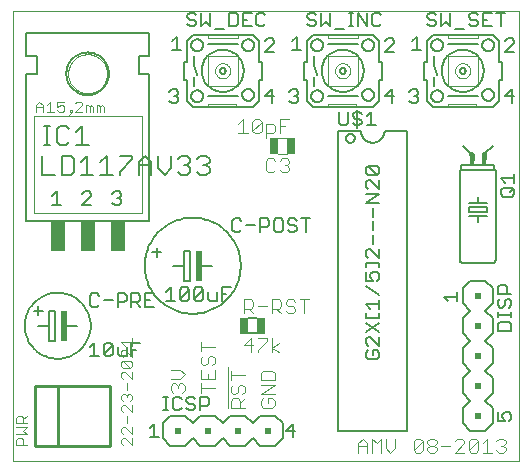
<source format=gto>
G75*
%MOIN*%
%OFA0B0*%
%FSLAX24Y24*%
%IPPOS*%
%LPD*%
%AMOC8*
5,1,8,0,0,1.08239X$1,22.5*
%
%ADD10C,0.0000*%
%ADD11C,0.0040*%
%ADD12C,0.0060*%
%ADD13C,0.0050*%
%ADD14R,0.0200X0.0200*%
%ADD15C,0.0100*%
%ADD16R,0.0200X0.1000*%
%ADD17R,0.0295X0.0571*%
%ADD18C,0.0160*%
%ADD19R,0.0160X0.0230*%
%ADD20R,0.0256X0.0551*%
%ADD21C,0.0020*%
%ADD22C,0.0070*%
%ADD23R,0.0500X0.0350*%
%ADD24R,0.0500X0.0650*%
D10*
X000180Y000180D02*
X000180Y015176D01*
X017050Y015176D01*
X017050Y000180D01*
X000180Y000180D01*
X002030Y013080D02*
X002032Y013130D01*
X002038Y013180D01*
X002048Y013230D01*
X002061Y013278D01*
X002078Y013326D01*
X002099Y013372D01*
X002123Y013416D01*
X002151Y013458D01*
X002182Y013498D01*
X002216Y013535D01*
X002253Y013570D01*
X002292Y013601D01*
X002333Y013630D01*
X002377Y013655D01*
X002423Y013677D01*
X002470Y013695D01*
X002518Y013709D01*
X002567Y013720D01*
X002617Y013727D01*
X002667Y013730D01*
X002718Y013729D01*
X002768Y013724D01*
X002818Y013715D01*
X002866Y013703D01*
X002914Y013686D01*
X002960Y013666D01*
X003005Y013643D01*
X003048Y013616D01*
X003088Y013586D01*
X003126Y013553D01*
X003161Y013517D01*
X003194Y013478D01*
X003223Y013437D01*
X003249Y013394D01*
X003272Y013349D01*
X003291Y013302D01*
X003306Y013254D01*
X003318Y013205D01*
X003326Y013155D01*
X003330Y013105D01*
X003330Y013055D01*
X003326Y013005D01*
X003318Y012955D01*
X003306Y012906D01*
X003291Y012858D01*
X003272Y012811D01*
X003249Y012766D01*
X003223Y012723D01*
X003194Y012682D01*
X003161Y012643D01*
X003126Y012607D01*
X003088Y012574D01*
X003048Y012544D01*
X003005Y012517D01*
X002960Y012494D01*
X002914Y012474D01*
X002866Y012457D01*
X002818Y012445D01*
X002768Y012436D01*
X002718Y012431D01*
X002667Y012430D01*
X002617Y012433D01*
X002567Y012440D01*
X002518Y012451D01*
X002470Y012465D01*
X002423Y012483D01*
X002377Y012505D01*
X002333Y012530D01*
X002292Y012559D01*
X002253Y012590D01*
X002216Y012625D01*
X002182Y012662D01*
X002151Y012702D01*
X002123Y012744D01*
X002099Y012788D01*
X002078Y012834D01*
X002061Y012882D01*
X002048Y012930D01*
X002038Y012980D01*
X002032Y013030D01*
X002030Y013080D01*
D11*
X001902Y012150D02*
X001668Y012150D01*
X001668Y011975D01*
X001785Y012034D01*
X001843Y012034D01*
X001902Y011975D01*
X001902Y011858D01*
X001843Y011800D01*
X001727Y011800D01*
X001668Y011858D01*
X001543Y011800D02*
X001309Y011800D01*
X001426Y011800D02*
X001426Y012150D01*
X001309Y012034D01*
X001184Y012034D02*
X001184Y011800D01*
X001184Y011975D02*
X000950Y011975D01*
X000950Y012034D02*
X000950Y011800D01*
X000950Y012034D02*
X001067Y012150D01*
X001184Y012034D01*
X002027Y011683D02*
X002144Y011800D01*
X002086Y011800D01*
X002086Y011858D01*
X002144Y011858D01*
X002144Y011800D01*
X002267Y011800D02*
X002500Y012034D01*
X002500Y012092D01*
X002442Y012150D01*
X002325Y012150D01*
X002267Y012092D01*
X002267Y011800D02*
X002500Y011800D01*
X002626Y011800D02*
X002626Y012034D01*
X002684Y012034D01*
X002743Y011975D01*
X002801Y012034D01*
X002859Y011975D01*
X002859Y011800D01*
X002743Y011800D02*
X002743Y011975D01*
X002985Y012034D02*
X002985Y011800D01*
X003102Y011800D02*
X003102Y011975D01*
X003160Y012034D01*
X003218Y011975D01*
X003218Y011800D01*
X003102Y011975D02*
X003043Y012034D01*
X002985Y012034D01*
X007708Y011407D02*
X007862Y011560D01*
X007862Y011100D01*
X008015Y011100D02*
X007708Y011100D01*
X008169Y011177D02*
X008476Y011484D01*
X008476Y011177D01*
X008399Y011100D01*
X008246Y011100D01*
X008169Y011177D01*
X008169Y011484D01*
X008246Y011560D01*
X008399Y011560D01*
X008476Y011484D01*
X008629Y011407D02*
X008859Y011407D01*
X008936Y011330D01*
X008936Y011177D01*
X008859Y011100D01*
X008629Y011100D01*
X008629Y010947D02*
X008629Y011407D01*
X009090Y011330D02*
X009243Y011330D01*
X009090Y011100D02*
X009090Y011560D01*
X009397Y011560D01*
X009320Y010940D02*
X009030Y010940D01*
X009030Y010420D02*
X009330Y010420D01*
X009320Y010260D02*
X009166Y010260D01*
X009090Y010184D01*
X008936Y010184D02*
X008859Y010260D01*
X008706Y010260D01*
X008629Y010184D01*
X008629Y009877D01*
X008706Y009800D01*
X008859Y009800D01*
X008936Y009877D01*
X009090Y009877D02*
X009166Y009800D01*
X009320Y009800D01*
X009397Y009877D01*
X009397Y009953D01*
X009320Y010030D01*
X009243Y010030D01*
X009320Y010030D02*
X009397Y010107D01*
X009397Y010184D01*
X009320Y010260D01*
X009358Y005560D02*
X009281Y005484D01*
X009281Y005407D01*
X009358Y005330D01*
X009511Y005330D01*
X009588Y005253D01*
X009588Y005177D01*
X009511Y005100D01*
X009358Y005100D01*
X009281Y005177D01*
X009128Y005100D02*
X008974Y005253D01*
X009051Y005253D02*
X008821Y005253D01*
X008821Y005100D02*
X008821Y005560D01*
X009051Y005560D01*
X009128Y005484D01*
X009128Y005330D01*
X009051Y005253D01*
X009358Y005560D02*
X009511Y005560D01*
X009588Y005484D01*
X009742Y005560D02*
X010048Y005560D01*
X009895Y005560D02*
X009895Y005100D01*
X008821Y004260D02*
X008821Y003800D01*
X008821Y003953D02*
X009051Y004107D01*
X008821Y003953D02*
X009051Y003800D01*
X008667Y004184D02*
X008360Y003877D01*
X008360Y003800D01*
X008130Y003800D02*
X008130Y004260D01*
X007900Y004030D01*
X008207Y004030D01*
X008360Y004260D02*
X008667Y004260D01*
X008667Y004184D01*
X008207Y005100D02*
X008053Y005253D01*
X008130Y005253D02*
X007900Y005253D01*
X007900Y005100D02*
X007900Y005560D01*
X008130Y005560D01*
X008207Y005484D01*
X008207Y005330D01*
X008130Y005253D01*
X008360Y005330D02*
X008667Y005330D01*
X006910Y003985D02*
X006450Y003985D01*
X006450Y004138D02*
X006450Y003831D01*
X006526Y003678D02*
X006450Y003601D01*
X006450Y003448D01*
X006526Y003371D01*
X006603Y003371D01*
X006680Y003448D01*
X006680Y003601D01*
X006757Y003678D01*
X006833Y003678D01*
X006910Y003601D01*
X006910Y003448D01*
X006833Y003371D01*
X006910Y003217D02*
X006910Y002910D01*
X006450Y002910D01*
X006450Y003217D01*
X006680Y003064D02*
X006680Y002910D01*
X006450Y002757D02*
X006450Y002450D01*
X006450Y002603D02*
X006910Y002603D01*
X007450Y002641D02*
X007450Y002487D01*
X007526Y002410D01*
X007603Y002410D01*
X007680Y002487D01*
X007680Y002641D01*
X007757Y002717D01*
X007833Y002717D01*
X007910Y002641D01*
X007910Y002487D01*
X007833Y002410D01*
X007910Y002257D02*
X007757Y002103D01*
X007757Y002180D02*
X007757Y001950D01*
X007910Y001950D02*
X007450Y001950D01*
X007450Y002180D01*
X007526Y002257D01*
X007680Y002257D01*
X007757Y002180D01*
X007370Y001930D02*
X007370Y003311D01*
X007450Y003178D02*
X007450Y002871D01*
X007450Y003024D02*
X007910Y003024D01*
X007526Y002717D02*
X007450Y002641D01*
X008450Y002717D02*
X008910Y002717D01*
X008450Y002410D01*
X008910Y002410D01*
X008833Y002257D02*
X008680Y002257D01*
X008680Y002103D01*
X008833Y001950D02*
X008526Y001950D01*
X008450Y002027D01*
X008450Y002180D01*
X008526Y002257D01*
X008833Y002257D02*
X008910Y002180D01*
X008910Y002027D01*
X008833Y001950D01*
X008910Y002871D02*
X008450Y002871D01*
X008450Y003101D01*
X008526Y003178D01*
X008833Y003178D01*
X008910Y003101D01*
X008910Y002871D01*
X011700Y000757D02*
X011700Y000450D01*
X011700Y000680D02*
X012007Y000680D01*
X012007Y000757D02*
X012007Y000450D01*
X012160Y000450D02*
X012160Y000910D01*
X012314Y000757D01*
X012467Y000910D01*
X012467Y000450D01*
X012621Y000603D02*
X012774Y000450D01*
X012928Y000603D01*
X012928Y000910D01*
X012621Y000910D02*
X012621Y000603D01*
X012007Y000757D02*
X011853Y000910D01*
X011700Y000757D01*
X013542Y000834D02*
X013542Y000527D01*
X013848Y000834D01*
X013848Y000527D01*
X013772Y000450D01*
X013618Y000450D01*
X013542Y000527D01*
X013542Y000834D02*
X013618Y000910D01*
X013772Y000910D01*
X013848Y000834D01*
X014002Y000834D02*
X014002Y000757D01*
X014079Y000680D01*
X014232Y000680D01*
X014309Y000603D01*
X014309Y000527D01*
X014232Y000450D01*
X014079Y000450D01*
X014002Y000527D01*
X014002Y000603D01*
X014079Y000680D01*
X014232Y000680D02*
X014309Y000757D01*
X014309Y000834D01*
X014232Y000910D01*
X014079Y000910D01*
X014002Y000834D01*
X014462Y000680D02*
X014769Y000680D01*
X014923Y000834D02*
X014999Y000910D01*
X015153Y000910D01*
X015230Y000834D01*
X015230Y000757D01*
X014923Y000450D01*
X015230Y000450D01*
X015383Y000527D02*
X015690Y000834D01*
X015690Y000527D01*
X015613Y000450D01*
X015460Y000450D01*
X015383Y000527D01*
X015383Y000834D01*
X015460Y000910D01*
X015613Y000910D01*
X015690Y000834D01*
X015844Y000757D02*
X015997Y000910D01*
X015997Y000450D01*
X015844Y000450D02*
X016150Y000450D01*
X016304Y000527D02*
X016381Y000450D01*
X016534Y000450D01*
X016611Y000527D01*
X016611Y000603D01*
X016534Y000680D01*
X016457Y000680D01*
X016534Y000680D02*
X016611Y000757D01*
X016611Y000834D01*
X016534Y000910D01*
X016381Y000910D01*
X016304Y000834D01*
X005910Y002527D02*
X005833Y002450D01*
X005910Y002527D02*
X005910Y002680D01*
X005833Y002757D01*
X005757Y002757D01*
X005680Y002680D01*
X005680Y002603D01*
X005680Y002680D02*
X005603Y002757D01*
X005526Y002757D01*
X005450Y002680D01*
X005450Y002527D01*
X005526Y002450D01*
X005450Y002910D02*
X005757Y002910D01*
X005910Y003064D01*
X005757Y003217D01*
X005450Y003217D01*
X004160Y003150D02*
X004160Y002910D01*
X003920Y003150D01*
X003860Y003150D01*
X003800Y003090D01*
X003800Y002970D01*
X003860Y002910D01*
X003980Y002782D02*
X003980Y002542D01*
X004040Y002413D02*
X003980Y002353D01*
X003980Y002293D01*
X003980Y002353D02*
X003920Y002413D01*
X003860Y002413D01*
X003800Y002353D01*
X003800Y002233D01*
X003860Y002173D01*
X003860Y002045D02*
X003800Y001985D01*
X003800Y001865D01*
X003860Y001805D01*
X003980Y001677D02*
X003980Y001437D01*
X003920Y001309D02*
X003860Y001309D01*
X003800Y001248D01*
X003800Y001128D01*
X003860Y001068D01*
X003860Y000940D02*
X003800Y000880D01*
X003800Y000760D01*
X003860Y000700D01*
X003920Y000940D02*
X004160Y000700D01*
X004160Y000940D01*
X004160Y001068D02*
X003920Y001309D01*
X004160Y001309D02*
X004160Y001068D01*
X003920Y000940D02*
X003860Y000940D01*
X004160Y001805D02*
X003920Y002045D01*
X003860Y002045D01*
X004100Y002173D02*
X004160Y002233D01*
X004160Y002353D01*
X004100Y002413D01*
X004040Y002413D01*
X004160Y002045D02*
X004160Y001805D01*
X004100Y003278D02*
X003860Y003278D01*
X003800Y003338D01*
X003800Y003458D01*
X003860Y003518D01*
X004100Y003278D01*
X004160Y003338D01*
X004160Y003458D01*
X004100Y003518D01*
X003860Y003518D01*
X003860Y003647D02*
X003800Y003707D01*
X003800Y003827D01*
X003860Y003887D01*
X003920Y003887D01*
X004160Y003647D01*
X004160Y003887D01*
X004160Y004015D02*
X004160Y004255D01*
X004160Y004135D02*
X003800Y004135D01*
X003920Y004015D01*
X000660Y001677D02*
X000540Y001557D01*
X000540Y001617D02*
X000540Y001437D01*
X000660Y001437D02*
X000300Y001437D01*
X000300Y001617D01*
X000360Y001677D01*
X000480Y001677D01*
X000540Y001617D01*
X000660Y001309D02*
X000300Y001309D01*
X000300Y001068D02*
X000660Y001068D01*
X000540Y001188D01*
X000660Y001309D01*
X000480Y000940D02*
X000540Y000880D01*
X000540Y000700D01*
X000660Y000700D02*
X000300Y000700D01*
X000300Y000880D01*
X000360Y000940D01*
X000480Y000940D01*
D12*
X001380Y004180D02*
X001580Y004180D01*
X001580Y005180D01*
X001380Y005180D01*
X001380Y004680D01*
X001380Y004180D01*
X001380Y004680D02*
X001030Y004680D01*
X001030Y005030D02*
X001030Y005180D01*
X001030Y005330D01*
X001030Y005180D02*
X001180Y005180D01*
X001030Y005180D02*
X000880Y005180D01*
X000580Y004680D02*
X000582Y004746D01*
X000588Y004811D01*
X000598Y004876D01*
X000611Y004941D01*
X000629Y005004D01*
X000650Y005067D01*
X000675Y005127D01*
X000704Y005187D01*
X000736Y005244D01*
X000771Y005300D01*
X000810Y005353D01*
X000852Y005404D01*
X000896Y005452D01*
X000944Y005497D01*
X000994Y005540D01*
X001047Y005579D01*
X001102Y005616D01*
X001159Y005649D01*
X001218Y005678D01*
X001278Y005704D01*
X001340Y005726D01*
X001403Y005745D01*
X001467Y005759D01*
X001532Y005770D01*
X001598Y005777D01*
X001664Y005780D01*
X001729Y005779D01*
X001795Y005774D01*
X001860Y005765D01*
X001925Y005752D01*
X001988Y005736D01*
X002051Y005716D01*
X002112Y005691D01*
X002172Y005664D01*
X002230Y005633D01*
X002286Y005598D01*
X002340Y005560D01*
X002391Y005519D01*
X002440Y005475D01*
X002486Y005428D01*
X002530Y005379D01*
X002570Y005327D01*
X002607Y005272D01*
X002641Y005216D01*
X002671Y005157D01*
X002698Y005097D01*
X002721Y005036D01*
X002740Y004973D01*
X002756Y004909D01*
X002768Y004844D01*
X002776Y004779D01*
X002780Y004713D01*
X002780Y004647D01*
X002776Y004581D01*
X002768Y004516D01*
X002756Y004451D01*
X002740Y004387D01*
X002721Y004324D01*
X002698Y004263D01*
X002671Y004203D01*
X002641Y004144D01*
X002607Y004088D01*
X002570Y004033D01*
X002530Y003981D01*
X002486Y003932D01*
X002440Y003885D01*
X002391Y003841D01*
X002340Y003800D01*
X002286Y003762D01*
X002230Y003727D01*
X002172Y003696D01*
X002112Y003669D01*
X002051Y003644D01*
X001988Y003624D01*
X001925Y003608D01*
X001860Y003595D01*
X001795Y003586D01*
X001729Y003581D01*
X001664Y003580D01*
X001598Y003583D01*
X001532Y003590D01*
X001467Y003601D01*
X001403Y003615D01*
X001340Y003634D01*
X001278Y003656D01*
X001218Y003682D01*
X001159Y003711D01*
X001102Y003744D01*
X001047Y003781D01*
X000994Y003820D01*
X000944Y003863D01*
X000896Y003908D01*
X000852Y003956D01*
X000810Y004007D01*
X000771Y004060D01*
X000736Y004116D01*
X000704Y004173D01*
X000675Y004233D01*
X000650Y004293D01*
X000629Y004356D01*
X000611Y004419D01*
X000598Y004484D01*
X000588Y004549D01*
X000582Y004614D01*
X000580Y004680D01*
X001930Y004680D02*
X002330Y004680D01*
X004980Y006980D02*
X004980Y007280D01*
X004830Y007130D02*
X005130Y007130D01*
X005530Y006680D02*
X005880Y006680D01*
X005880Y007180D01*
X006080Y007180D01*
X006080Y006180D01*
X005880Y006180D01*
X005880Y006680D01*
X004580Y006680D02*
X004582Y006760D01*
X004588Y006839D01*
X004598Y006918D01*
X004612Y006997D01*
X004629Y007075D01*
X004651Y007152D01*
X004676Y007227D01*
X004706Y007301D01*
X004738Y007374D01*
X004775Y007445D01*
X004815Y007514D01*
X004858Y007581D01*
X004905Y007646D01*
X004954Y007708D01*
X005007Y007768D01*
X005063Y007825D01*
X005121Y007880D01*
X005182Y007931D01*
X005246Y007979D01*
X005312Y008024D01*
X005380Y008066D01*
X005450Y008104D01*
X005522Y008138D01*
X005595Y008169D01*
X005670Y008197D01*
X005747Y008220D01*
X005824Y008240D01*
X005902Y008256D01*
X005981Y008268D01*
X006060Y008276D01*
X006140Y008280D01*
X006220Y008280D01*
X006300Y008276D01*
X006379Y008268D01*
X006458Y008256D01*
X006536Y008240D01*
X006613Y008220D01*
X006690Y008197D01*
X006765Y008169D01*
X006838Y008138D01*
X006910Y008104D01*
X006980Y008066D01*
X007048Y008024D01*
X007114Y007979D01*
X007178Y007931D01*
X007239Y007880D01*
X007297Y007825D01*
X007353Y007768D01*
X007406Y007708D01*
X007455Y007646D01*
X007502Y007581D01*
X007545Y007514D01*
X007585Y007445D01*
X007622Y007374D01*
X007654Y007301D01*
X007684Y007227D01*
X007709Y007152D01*
X007731Y007075D01*
X007748Y006997D01*
X007762Y006918D01*
X007772Y006839D01*
X007778Y006760D01*
X007780Y006680D01*
X007778Y006600D01*
X007772Y006521D01*
X007762Y006442D01*
X007748Y006363D01*
X007731Y006285D01*
X007709Y006208D01*
X007684Y006133D01*
X007654Y006059D01*
X007622Y005986D01*
X007585Y005915D01*
X007545Y005846D01*
X007502Y005779D01*
X007455Y005714D01*
X007406Y005652D01*
X007353Y005592D01*
X007297Y005535D01*
X007239Y005480D01*
X007178Y005429D01*
X007114Y005381D01*
X007048Y005336D01*
X006980Y005294D01*
X006910Y005256D01*
X006838Y005222D01*
X006765Y005191D01*
X006690Y005163D01*
X006613Y005140D01*
X006536Y005120D01*
X006458Y005104D01*
X006379Y005092D01*
X006300Y005084D01*
X006220Y005080D01*
X006140Y005080D01*
X006060Y005084D01*
X005981Y005092D01*
X005902Y005104D01*
X005824Y005120D01*
X005747Y005140D01*
X005670Y005163D01*
X005595Y005191D01*
X005522Y005222D01*
X005450Y005256D01*
X005380Y005294D01*
X005312Y005336D01*
X005246Y005381D01*
X005182Y005429D01*
X005121Y005480D01*
X005063Y005535D01*
X005007Y005592D01*
X004954Y005652D01*
X004905Y005714D01*
X004858Y005779D01*
X004815Y005846D01*
X004775Y005915D01*
X004738Y005986D01*
X004706Y006059D01*
X004676Y006133D01*
X004651Y006208D01*
X004629Y006285D01*
X004612Y006363D01*
X004598Y006442D01*
X004588Y006521D01*
X004582Y006600D01*
X004580Y006680D01*
X004730Y008180D02*
X004730Y013080D01*
X004380Y013080D01*
X004380Y013680D01*
X004730Y013680D01*
X004730Y014430D01*
X000630Y014430D01*
X000630Y013680D01*
X000980Y013680D01*
X000980Y013080D01*
X000630Y013080D01*
X000630Y008180D01*
X004730Y008180D01*
X006430Y006680D02*
X006830Y006680D01*
X008019Y004930D02*
X008341Y004930D01*
X008341Y004430D02*
X008019Y004430D01*
X007930Y001680D02*
X007430Y001680D01*
X007180Y001430D01*
X006930Y001680D01*
X006430Y001680D01*
X006180Y001430D01*
X005930Y001680D01*
X005430Y001680D01*
X005180Y001430D01*
X005180Y000930D01*
X005430Y000680D01*
X005930Y000680D01*
X006180Y000930D01*
X006430Y000680D01*
X006930Y000680D01*
X007180Y000930D01*
X007430Y000680D01*
X007930Y000680D01*
X008180Y000930D01*
X008430Y000680D01*
X008930Y000680D01*
X009180Y000930D01*
X009180Y001430D01*
X008930Y001680D01*
X008430Y001680D01*
X008180Y001430D01*
X007930Y001680D01*
X011030Y001182D02*
X013330Y001182D01*
X013330Y011182D01*
X012580Y011182D01*
X012578Y011143D01*
X012572Y011104D01*
X012563Y011066D01*
X012550Y011029D01*
X012533Y010993D01*
X012513Y010960D01*
X012489Y010928D01*
X012463Y010899D01*
X012434Y010873D01*
X012402Y010849D01*
X012369Y010829D01*
X012333Y010812D01*
X012296Y010799D01*
X012258Y010790D01*
X012219Y010784D01*
X012180Y010782D01*
X012141Y010784D01*
X012102Y010790D01*
X012064Y010799D01*
X012027Y010812D01*
X011991Y010829D01*
X011958Y010849D01*
X011926Y010873D01*
X011897Y010899D01*
X011871Y010928D01*
X011847Y010960D01*
X011827Y010993D01*
X011810Y011029D01*
X011797Y011066D01*
X011788Y011104D01*
X011782Y011143D01*
X011780Y011182D01*
X011030Y011182D01*
X011030Y001182D01*
X015180Y001430D02*
X015180Y001930D01*
X015430Y002180D01*
X015180Y002430D01*
X015180Y002930D01*
X015430Y003180D01*
X015180Y003430D01*
X015180Y003930D01*
X015430Y004180D01*
X015180Y004430D01*
X015180Y004930D01*
X015430Y005180D01*
X015180Y005430D01*
X015180Y005930D01*
X015430Y006180D01*
X015930Y006180D01*
X016180Y005930D01*
X016180Y005430D01*
X015930Y005180D01*
X016180Y004930D01*
X016180Y004430D01*
X015930Y004180D01*
X016180Y003930D01*
X016180Y003430D01*
X015930Y003180D01*
X016180Y002930D01*
X016180Y002430D01*
X015930Y002180D01*
X016180Y001930D01*
X016180Y001430D01*
X015930Y001180D01*
X015430Y001180D01*
X015180Y001430D01*
X015180Y006780D02*
X016180Y006780D01*
X016197Y006782D01*
X016214Y006786D01*
X016230Y006793D01*
X016244Y006803D01*
X016257Y006816D01*
X016267Y006830D01*
X016274Y006846D01*
X016278Y006863D01*
X016280Y006880D01*
X016280Y009880D01*
X016230Y009880D01*
X015130Y009880D01*
X015080Y009880D01*
X015080Y006880D01*
X015082Y006863D01*
X015086Y006846D01*
X015093Y006830D01*
X015103Y006816D01*
X015116Y006803D01*
X015130Y006793D01*
X015146Y006786D01*
X015163Y006782D01*
X015180Y006780D01*
X015680Y008130D02*
X015680Y008330D01*
X015380Y008330D01*
X015380Y008480D02*
X015980Y008480D01*
X015980Y008630D01*
X015380Y008630D01*
X015380Y008480D01*
X015380Y008780D02*
X015680Y008780D01*
X015680Y008980D01*
X015680Y008780D02*
X015980Y008780D01*
X015980Y008330D02*
X015680Y008330D01*
X015130Y009880D02*
X015130Y010030D01*
X016230Y010030D01*
X016230Y009880D01*
X015930Y010430D02*
X016180Y010680D01*
X015430Y010430D02*
X015180Y010680D01*
X015630Y011980D02*
X014680Y011980D01*
X014330Y011980D01*
X014180Y011980D01*
X013980Y012180D01*
X013980Y012780D01*
X013980Y012880D01*
X013880Y012880D01*
X013880Y013480D01*
X013980Y013480D01*
X013980Y013580D01*
X013980Y014180D01*
X014180Y014380D01*
X014330Y014380D01*
X014680Y014380D01*
X015680Y014380D01*
X016030Y014380D01*
X016180Y014380D01*
X016380Y014180D01*
X016380Y013580D01*
X016380Y013480D01*
X016480Y013480D01*
X016480Y012880D01*
X016380Y012880D01*
X016380Y012780D01*
X016380Y012180D01*
X016180Y011980D01*
X016030Y011980D01*
X015630Y011980D01*
X015680Y012330D02*
X014680Y012330D01*
X014130Y012330D02*
X014132Y012358D01*
X014138Y012385D01*
X014147Y012411D01*
X014160Y012436D01*
X014177Y012459D01*
X014196Y012479D01*
X014218Y012496D01*
X014242Y012510D01*
X014268Y012520D01*
X014295Y012527D01*
X014323Y012530D01*
X014351Y012529D01*
X014378Y012524D01*
X014405Y012515D01*
X014430Y012503D01*
X014453Y012488D01*
X014474Y012469D01*
X014492Y012448D01*
X014507Y012424D01*
X014518Y012398D01*
X014526Y012372D01*
X014530Y012344D01*
X014530Y012316D01*
X014526Y012288D01*
X014518Y012262D01*
X014507Y012236D01*
X014492Y012212D01*
X014474Y012191D01*
X014453Y012172D01*
X014430Y012157D01*
X014405Y012145D01*
X014378Y012136D01*
X014351Y012131D01*
X014323Y012130D01*
X014295Y012133D01*
X014268Y012140D01*
X014242Y012150D01*
X014218Y012164D01*
X014196Y012181D01*
X014177Y012201D01*
X014160Y012224D01*
X014147Y012249D01*
X014138Y012275D01*
X014132Y012302D01*
X014130Y012330D01*
X014230Y012680D02*
X014230Y012980D01*
X014330Y013030D02*
X014230Y013380D01*
X014230Y013680D01*
X014130Y014030D02*
X014132Y014058D01*
X014138Y014085D01*
X014147Y014111D01*
X014160Y014136D01*
X014177Y014159D01*
X014196Y014179D01*
X014218Y014196D01*
X014242Y014210D01*
X014268Y014220D01*
X014295Y014227D01*
X014323Y014230D01*
X014351Y014229D01*
X014378Y014224D01*
X014405Y014215D01*
X014430Y014203D01*
X014453Y014188D01*
X014474Y014169D01*
X014492Y014148D01*
X014507Y014124D01*
X014518Y014098D01*
X014526Y014072D01*
X014530Y014044D01*
X014530Y014016D01*
X014526Y013988D01*
X014518Y013962D01*
X014507Y013936D01*
X014492Y013912D01*
X014474Y013891D01*
X014453Y013872D01*
X014430Y013857D01*
X014405Y013845D01*
X014378Y013836D01*
X014351Y013831D01*
X014323Y013830D01*
X014295Y013833D01*
X014268Y013840D01*
X014242Y013850D01*
X014218Y013864D01*
X014196Y013881D01*
X014177Y013901D01*
X014160Y013924D01*
X014147Y013949D01*
X014138Y013975D01*
X014132Y014002D01*
X014130Y014030D01*
X014680Y014080D02*
X015680Y014080D01*
X015830Y014030D02*
X015832Y014058D01*
X015838Y014085D01*
X015847Y014111D01*
X015860Y014136D01*
X015877Y014159D01*
X015896Y014179D01*
X015918Y014196D01*
X015942Y014210D01*
X015968Y014220D01*
X015995Y014227D01*
X016023Y014230D01*
X016051Y014229D01*
X016078Y014224D01*
X016105Y014215D01*
X016130Y014203D01*
X016153Y014188D01*
X016174Y014169D01*
X016192Y014148D01*
X016207Y014124D01*
X016218Y014098D01*
X016226Y014072D01*
X016230Y014044D01*
X016230Y014016D01*
X016226Y013988D01*
X016218Y013962D01*
X016207Y013936D01*
X016192Y013912D01*
X016174Y013891D01*
X016153Y013872D01*
X016130Y013857D01*
X016105Y013845D01*
X016078Y013836D01*
X016051Y013831D01*
X016023Y013830D01*
X015995Y013833D01*
X015968Y013840D01*
X015942Y013850D01*
X015918Y013864D01*
X015896Y013881D01*
X015877Y013901D01*
X015860Y013924D01*
X015847Y013949D01*
X015838Y013975D01*
X015832Y014002D01*
X015830Y014030D01*
X015080Y013180D02*
X015082Y013200D01*
X015088Y013218D01*
X015097Y013236D01*
X015109Y013251D01*
X015124Y013263D01*
X015142Y013272D01*
X015160Y013278D01*
X015180Y013280D01*
X015200Y013278D01*
X015218Y013272D01*
X015236Y013263D01*
X015251Y013251D01*
X015263Y013236D01*
X015272Y013218D01*
X015278Y013200D01*
X015280Y013180D01*
X015278Y013160D01*
X015272Y013142D01*
X015263Y013124D01*
X015251Y013109D01*
X015236Y013097D01*
X015218Y013088D01*
X015200Y013082D01*
X015180Y013080D01*
X015160Y013082D01*
X015142Y013088D01*
X015124Y013097D01*
X015109Y013109D01*
X015097Y013124D01*
X015088Y013142D01*
X015082Y013160D01*
X015080Y013180D01*
X014480Y013180D02*
X014482Y013232D01*
X014488Y013284D01*
X014498Y013336D01*
X014511Y013386D01*
X014528Y013436D01*
X014549Y013484D01*
X014574Y013530D01*
X014602Y013574D01*
X014633Y013616D01*
X014667Y013656D01*
X014704Y013693D01*
X014744Y013727D01*
X014786Y013758D01*
X014830Y013786D01*
X014876Y013811D01*
X014924Y013832D01*
X014974Y013849D01*
X015024Y013862D01*
X015076Y013872D01*
X015128Y013878D01*
X015180Y013880D01*
X015232Y013878D01*
X015284Y013872D01*
X015336Y013862D01*
X015386Y013849D01*
X015436Y013832D01*
X015484Y013811D01*
X015530Y013786D01*
X015574Y013758D01*
X015616Y013727D01*
X015656Y013693D01*
X015693Y013656D01*
X015727Y013616D01*
X015758Y013574D01*
X015786Y013530D01*
X015811Y013484D01*
X015832Y013436D01*
X015849Y013386D01*
X015862Y013336D01*
X015872Y013284D01*
X015878Y013232D01*
X015880Y013180D01*
X015878Y013128D01*
X015872Y013076D01*
X015862Y013024D01*
X015849Y012974D01*
X015832Y012924D01*
X015811Y012876D01*
X015786Y012830D01*
X015758Y012786D01*
X015727Y012744D01*
X015693Y012704D01*
X015656Y012667D01*
X015616Y012633D01*
X015574Y012602D01*
X015530Y012574D01*
X015484Y012549D01*
X015436Y012528D01*
X015386Y012511D01*
X015336Y012498D01*
X015284Y012488D01*
X015232Y012482D01*
X015180Y012480D01*
X015128Y012482D01*
X015076Y012488D01*
X015024Y012498D01*
X014974Y012511D01*
X014924Y012528D01*
X014876Y012549D01*
X014830Y012574D01*
X014786Y012602D01*
X014744Y012633D01*
X014704Y012667D01*
X014667Y012704D01*
X014633Y012744D01*
X014602Y012786D01*
X014574Y012830D01*
X014549Y012876D01*
X014528Y012924D01*
X014511Y012974D01*
X014498Y013024D01*
X014488Y013076D01*
X014482Y013128D01*
X014480Y013180D01*
X015830Y012380D02*
X015832Y012408D01*
X015838Y012435D01*
X015847Y012461D01*
X015860Y012486D01*
X015877Y012509D01*
X015896Y012529D01*
X015918Y012546D01*
X015942Y012560D01*
X015968Y012570D01*
X015995Y012577D01*
X016023Y012580D01*
X016051Y012579D01*
X016078Y012574D01*
X016105Y012565D01*
X016130Y012553D01*
X016153Y012538D01*
X016174Y012519D01*
X016192Y012498D01*
X016207Y012474D01*
X016218Y012448D01*
X016226Y012422D01*
X016230Y012394D01*
X016230Y012366D01*
X016226Y012338D01*
X016218Y012312D01*
X016207Y012286D01*
X016192Y012262D01*
X016174Y012241D01*
X016153Y012222D01*
X016130Y012207D01*
X016105Y012195D01*
X016078Y012186D01*
X016051Y012181D01*
X016023Y012180D01*
X015995Y012183D01*
X015968Y012190D01*
X015942Y012200D01*
X015918Y012214D01*
X015896Y012231D01*
X015877Y012251D01*
X015860Y012274D01*
X015847Y012299D01*
X015838Y012325D01*
X015832Y012352D01*
X015830Y012380D01*
X012480Y012880D02*
X012480Y013480D01*
X012380Y013480D01*
X012380Y013580D01*
X012380Y014180D01*
X012180Y014380D01*
X012030Y014380D01*
X011680Y014380D01*
X010680Y014380D01*
X010330Y014380D01*
X010180Y014380D01*
X009980Y014180D01*
X009980Y013580D01*
X009980Y013480D01*
X009880Y013480D01*
X009880Y012880D01*
X009980Y012880D01*
X009980Y012780D01*
X009980Y012180D01*
X010180Y011980D01*
X010330Y011980D01*
X010680Y011980D01*
X011630Y011980D01*
X012030Y011980D01*
X012180Y011980D01*
X012380Y012180D01*
X012380Y012780D01*
X012380Y012880D01*
X012480Y012880D01*
X011830Y012380D02*
X011832Y012408D01*
X011838Y012435D01*
X011847Y012461D01*
X011860Y012486D01*
X011877Y012509D01*
X011896Y012529D01*
X011918Y012546D01*
X011942Y012560D01*
X011968Y012570D01*
X011995Y012577D01*
X012023Y012580D01*
X012051Y012579D01*
X012078Y012574D01*
X012105Y012565D01*
X012130Y012553D01*
X012153Y012538D01*
X012174Y012519D01*
X012192Y012498D01*
X012207Y012474D01*
X012218Y012448D01*
X012226Y012422D01*
X012230Y012394D01*
X012230Y012366D01*
X012226Y012338D01*
X012218Y012312D01*
X012207Y012286D01*
X012192Y012262D01*
X012174Y012241D01*
X012153Y012222D01*
X012130Y012207D01*
X012105Y012195D01*
X012078Y012186D01*
X012051Y012181D01*
X012023Y012180D01*
X011995Y012183D01*
X011968Y012190D01*
X011942Y012200D01*
X011918Y012214D01*
X011896Y012231D01*
X011877Y012251D01*
X011860Y012274D01*
X011847Y012299D01*
X011838Y012325D01*
X011832Y012352D01*
X011830Y012380D01*
X011680Y012330D02*
X010680Y012330D01*
X010130Y012330D02*
X010132Y012358D01*
X010138Y012385D01*
X010147Y012411D01*
X010160Y012436D01*
X010177Y012459D01*
X010196Y012479D01*
X010218Y012496D01*
X010242Y012510D01*
X010268Y012520D01*
X010295Y012527D01*
X010323Y012530D01*
X010351Y012529D01*
X010378Y012524D01*
X010405Y012515D01*
X010430Y012503D01*
X010453Y012488D01*
X010474Y012469D01*
X010492Y012448D01*
X010507Y012424D01*
X010518Y012398D01*
X010526Y012372D01*
X010530Y012344D01*
X010530Y012316D01*
X010526Y012288D01*
X010518Y012262D01*
X010507Y012236D01*
X010492Y012212D01*
X010474Y012191D01*
X010453Y012172D01*
X010430Y012157D01*
X010405Y012145D01*
X010378Y012136D01*
X010351Y012131D01*
X010323Y012130D01*
X010295Y012133D01*
X010268Y012140D01*
X010242Y012150D01*
X010218Y012164D01*
X010196Y012181D01*
X010177Y012201D01*
X010160Y012224D01*
X010147Y012249D01*
X010138Y012275D01*
X010132Y012302D01*
X010130Y012330D01*
X010230Y012680D02*
X010230Y012980D01*
X010330Y013030D02*
X010230Y013380D01*
X010230Y013680D01*
X010130Y014030D02*
X010132Y014058D01*
X010138Y014085D01*
X010147Y014111D01*
X010160Y014136D01*
X010177Y014159D01*
X010196Y014179D01*
X010218Y014196D01*
X010242Y014210D01*
X010268Y014220D01*
X010295Y014227D01*
X010323Y014230D01*
X010351Y014229D01*
X010378Y014224D01*
X010405Y014215D01*
X010430Y014203D01*
X010453Y014188D01*
X010474Y014169D01*
X010492Y014148D01*
X010507Y014124D01*
X010518Y014098D01*
X010526Y014072D01*
X010530Y014044D01*
X010530Y014016D01*
X010526Y013988D01*
X010518Y013962D01*
X010507Y013936D01*
X010492Y013912D01*
X010474Y013891D01*
X010453Y013872D01*
X010430Y013857D01*
X010405Y013845D01*
X010378Y013836D01*
X010351Y013831D01*
X010323Y013830D01*
X010295Y013833D01*
X010268Y013840D01*
X010242Y013850D01*
X010218Y013864D01*
X010196Y013881D01*
X010177Y013901D01*
X010160Y013924D01*
X010147Y013949D01*
X010138Y013975D01*
X010132Y014002D01*
X010130Y014030D01*
X010680Y014080D02*
X011680Y014080D01*
X011830Y014030D02*
X011832Y014058D01*
X011838Y014085D01*
X011847Y014111D01*
X011860Y014136D01*
X011877Y014159D01*
X011896Y014179D01*
X011918Y014196D01*
X011942Y014210D01*
X011968Y014220D01*
X011995Y014227D01*
X012023Y014230D01*
X012051Y014229D01*
X012078Y014224D01*
X012105Y014215D01*
X012130Y014203D01*
X012153Y014188D01*
X012174Y014169D01*
X012192Y014148D01*
X012207Y014124D01*
X012218Y014098D01*
X012226Y014072D01*
X012230Y014044D01*
X012230Y014016D01*
X012226Y013988D01*
X012218Y013962D01*
X012207Y013936D01*
X012192Y013912D01*
X012174Y013891D01*
X012153Y013872D01*
X012130Y013857D01*
X012105Y013845D01*
X012078Y013836D01*
X012051Y013831D01*
X012023Y013830D01*
X011995Y013833D01*
X011968Y013840D01*
X011942Y013850D01*
X011918Y013864D01*
X011896Y013881D01*
X011877Y013901D01*
X011860Y013924D01*
X011847Y013949D01*
X011838Y013975D01*
X011832Y014002D01*
X011830Y014030D01*
X011080Y013180D02*
X011082Y013200D01*
X011088Y013218D01*
X011097Y013236D01*
X011109Y013251D01*
X011124Y013263D01*
X011142Y013272D01*
X011160Y013278D01*
X011180Y013280D01*
X011200Y013278D01*
X011218Y013272D01*
X011236Y013263D01*
X011251Y013251D01*
X011263Y013236D01*
X011272Y013218D01*
X011278Y013200D01*
X011280Y013180D01*
X011278Y013160D01*
X011272Y013142D01*
X011263Y013124D01*
X011251Y013109D01*
X011236Y013097D01*
X011218Y013088D01*
X011200Y013082D01*
X011180Y013080D01*
X011160Y013082D01*
X011142Y013088D01*
X011124Y013097D01*
X011109Y013109D01*
X011097Y013124D01*
X011088Y013142D01*
X011082Y013160D01*
X011080Y013180D01*
X010480Y013180D02*
X010482Y013232D01*
X010488Y013284D01*
X010498Y013336D01*
X010511Y013386D01*
X010528Y013436D01*
X010549Y013484D01*
X010574Y013530D01*
X010602Y013574D01*
X010633Y013616D01*
X010667Y013656D01*
X010704Y013693D01*
X010744Y013727D01*
X010786Y013758D01*
X010830Y013786D01*
X010876Y013811D01*
X010924Y013832D01*
X010974Y013849D01*
X011024Y013862D01*
X011076Y013872D01*
X011128Y013878D01*
X011180Y013880D01*
X011232Y013878D01*
X011284Y013872D01*
X011336Y013862D01*
X011386Y013849D01*
X011436Y013832D01*
X011484Y013811D01*
X011530Y013786D01*
X011574Y013758D01*
X011616Y013727D01*
X011656Y013693D01*
X011693Y013656D01*
X011727Y013616D01*
X011758Y013574D01*
X011786Y013530D01*
X011811Y013484D01*
X011832Y013436D01*
X011849Y013386D01*
X011862Y013336D01*
X011872Y013284D01*
X011878Y013232D01*
X011880Y013180D01*
X011878Y013128D01*
X011872Y013076D01*
X011862Y013024D01*
X011849Y012974D01*
X011832Y012924D01*
X011811Y012876D01*
X011786Y012830D01*
X011758Y012786D01*
X011727Y012744D01*
X011693Y012704D01*
X011656Y012667D01*
X011616Y012633D01*
X011574Y012602D01*
X011530Y012574D01*
X011484Y012549D01*
X011436Y012528D01*
X011386Y012511D01*
X011336Y012498D01*
X011284Y012488D01*
X011232Y012482D01*
X011180Y012480D01*
X011128Y012482D01*
X011076Y012488D01*
X011024Y012498D01*
X010974Y012511D01*
X010924Y012528D01*
X010876Y012549D01*
X010830Y012574D01*
X010786Y012602D01*
X010744Y012633D01*
X010704Y012667D01*
X010667Y012704D01*
X010633Y012744D01*
X010602Y012786D01*
X010574Y012830D01*
X010549Y012876D01*
X010528Y012924D01*
X010511Y012974D01*
X010498Y013024D01*
X010488Y013076D01*
X010482Y013128D01*
X010480Y013180D01*
X008480Y012880D02*
X008480Y013480D01*
X008380Y013480D01*
X008380Y013580D01*
X008380Y014180D01*
X008180Y014380D01*
X008030Y014380D01*
X007680Y014380D01*
X006680Y014380D01*
X006330Y014380D01*
X006180Y014380D01*
X005980Y014180D01*
X005980Y013580D01*
X005980Y013480D01*
X005880Y013480D01*
X005880Y012880D01*
X005980Y012880D01*
X005980Y012780D01*
X005980Y012180D01*
X006180Y011980D01*
X006330Y011980D01*
X006680Y011980D01*
X007630Y011980D01*
X008030Y011980D01*
X008180Y011980D01*
X008380Y012180D01*
X008380Y012780D01*
X008380Y012880D01*
X008480Y012880D01*
X007830Y012380D02*
X007832Y012408D01*
X007838Y012435D01*
X007847Y012461D01*
X007860Y012486D01*
X007877Y012509D01*
X007896Y012529D01*
X007918Y012546D01*
X007942Y012560D01*
X007968Y012570D01*
X007995Y012577D01*
X008023Y012580D01*
X008051Y012579D01*
X008078Y012574D01*
X008105Y012565D01*
X008130Y012553D01*
X008153Y012538D01*
X008174Y012519D01*
X008192Y012498D01*
X008207Y012474D01*
X008218Y012448D01*
X008226Y012422D01*
X008230Y012394D01*
X008230Y012366D01*
X008226Y012338D01*
X008218Y012312D01*
X008207Y012286D01*
X008192Y012262D01*
X008174Y012241D01*
X008153Y012222D01*
X008130Y012207D01*
X008105Y012195D01*
X008078Y012186D01*
X008051Y012181D01*
X008023Y012180D01*
X007995Y012183D01*
X007968Y012190D01*
X007942Y012200D01*
X007918Y012214D01*
X007896Y012231D01*
X007877Y012251D01*
X007860Y012274D01*
X007847Y012299D01*
X007838Y012325D01*
X007832Y012352D01*
X007830Y012380D01*
X007680Y012330D02*
X006680Y012330D01*
X006130Y012330D02*
X006132Y012358D01*
X006138Y012385D01*
X006147Y012411D01*
X006160Y012436D01*
X006177Y012459D01*
X006196Y012479D01*
X006218Y012496D01*
X006242Y012510D01*
X006268Y012520D01*
X006295Y012527D01*
X006323Y012530D01*
X006351Y012529D01*
X006378Y012524D01*
X006405Y012515D01*
X006430Y012503D01*
X006453Y012488D01*
X006474Y012469D01*
X006492Y012448D01*
X006507Y012424D01*
X006518Y012398D01*
X006526Y012372D01*
X006530Y012344D01*
X006530Y012316D01*
X006526Y012288D01*
X006518Y012262D01*
X006507Y012236D01*
X006492Y012212D01*
X006474Y012191D01*
X006453Y012172D01*
X006430Y012157D01*
X006405Y012145D01*
X006378Y012136D01*
X006351Y012131D01*
X006323Y012130D01*
X006295Y012133D01*
X006268Y012140D01*
X006242Y012150D01*
X006218Y012164D01*
X006196Y012181D01*
X006177Y012201D01*
X006160Y012224D01*
X006147Y012249D01*
X006138Y012275D01*
X006132Y012302D01*
X006130Y012330D01*
X006230Y012680D02*
X006230Y012980D01*
X006330Y013030D02*
X006230Y013380D01*
X006230Y013680D01*
X006130Y014030D02*
X006132Y014058D01*
X006138Y014085D01*
X006147Y014111D01*
X006160Y014136D01*
X006177Y014159D01*
X006196Y014179D01*
X006218Y014196D01*
X006242Y014210D01*
X006268Y014220D01*
X006295Y014227D01*
X006323Y014230D01*
X006351Y014229D01*
X006378Y014224D01*
X006405Y014215D01*
X006430Y014203D01*
X006453Y014188D01*
X006474Y014169D01*
X006492Y014148D01*
X006507Y014124D01*
X006518Y014098D01*
X006526Y014072D01*
X006530Y014044D01*
X006530Y014016D01*
X006526Y013988D01*
X006518Y013962D01*
X006507Y013936D01*
X006492Y013912D01*
X006474Y013891D01*
X006453Y013872D01*
X006430Y013857D01*
X006405Y013845D01*
X006378Y013836D01*
X006351Y013831D01*
X006323Y013830D01*
X006295Y013833D01*
X006268Y013840D01*
X006242Y013850D01*
X006218Y013864D01*
X006196Y013881D01*
X006177Y013901D01*
X006160Y013924D01*
X006147Y013949D01*
X006138Y013975D01*
X006132Y014002D01*
X006130Y014030D01*
X006680Y014080D02*
X007680Y014080D01*
X007830Y014030D02*
X007832Y014058D01*
X007838Y014085D01*
X007847Y014111D01*
X007860Y014136D01*
X007877Y014159D01*
X007896Y014179D01*
X007918Y014196D01*
X007942Y014210D01*
X007968Y014220D01*
X007995Y014227D01*
X008023Y014230D01*
X008051Y014229D01*
X008078Y014224D01*
X008105Y014215D01*
X008130Y014203D01*
X008153Y014188D01*
X008174Y014169D01*
X008192Y014148D01*
X008207Y014124D01*
X008218Y014098D01*
X008226Y014072D01*
X008230Y014044D01*
X008230Y014016D01*
X008226Y013988D01*
X008218Y013962D01*
X008207Y013936D01*
X008192Y013912D01*
X008174Y013891D01*
X008153Y013872D01*
X008130Y013857D01*
X008105Y013845D01*
X008078Y013836D01*
X008051Y013831D01*
X008023Y013830D01*
X007995Y013833D01*
X007968Y013840D01*
X007942Y013850D01*
X007918Y013864D01*
X007896Y013881D01*
X007877Y013901D01*
X007860Y013924D01*
X007847Y013949D01*
X007838Y013975D01*
X007832Y014002D01*
X007830Y014030D01*
X007080Y013180D02*
X007082Y013200D01*
X007088Y013218D01*
X007097Y013236D01*
X007109Y013251D01*
X007124Y013263D01*
X007142Y013272D01*
X007160Y013278D01*
X007180Y013280D01*
X007200Y013278D01*
X007218Y013272D01*
X007236Y013263D01*
X007251Y013251D01*
X007263Y013236D01*
X007272Y013218D01*
X007278Y013200D01*
X007280Y013180D01*
X007278Y013160D01*
X007272Y013142D01*
X007263Y013124D01*
X007251Y013109D01*
X007236Y013097D01*
X007218Y013088D01*
X007200Y013082D01*
X007180Y013080D01*
X007160Y013082D01*
X007142Y013088D01*
X007124Y013097D01*
X007109Y013109D01*
X007097Y013124D01*
X007088Y013142D01*
X007082Y013160D01*
X007080Y013180D01*
X006480Y013180D02*
X006482Y013232D01*
X006488Y013284D01*
X006498Y013336D01*
X006511Y013386D01*
X006528Y013436D01*
X006549Y013484D01*
X006574Y013530D01*
X006602Y013574D01*
X006633Y013616D01*
X006667Y013656D01*
X006704Y013693D01*
X006744Y013727D01*
X006786Y013758D01*
X006830Y013786D01*
X006876Y013811D01*
X006924Y013832D01*
X006974Y013849D01*
X007024Y013862D01*
X007076Y013872D01*
X007128Y013878D01*
X007180Y013880D01*
X007232Y013878D01*
X007284Y013872D01*
X007336Y013862D01*
X007386Y013849D01*
X007436Y013832D01*
X007484Y013811D01*
X007530Y013786D01*
X007574Y013758D01*
X007616Y013727D01*
X007656Y013693D01*
X007693Y013656D01*
X007727Y013616D01*
X007758Y013574D01*
X007786Y013530D01*
X007811Y013484D01*
X007832Y013436D01*
X007849Y013386D01*
X007862Y013336D01*
X007872Y013284D01*
X007878Y013232D01*
X007880Y013180D01*
X007878Y013128D01*
X007872Y013076D01*
X007862Y013024D01*
X007849Y012974D01*
X007832Y012924D01*
X007811Y012876D01*
X007786Y012830D01*
X007758Y012786D01*
X007727Y012744D01*
X007693Y012704D01*
X007656Y012667D01*
X007616Y012633D01*
X007574Y012602D01*
X007530Y012574D01*
X007484Y012549D01*
X007436Y012528D01*
X007386Y012511D01*
X007336Y012498D01*
X007284Y012488D01*
X007232Y012482D01*
X007180Y012480D01*
X007128Y012482D01*
X007076Y012488D01*
X007024Y012498D01*
X006974Y012511D01*
X006924Y012528D01*
X006876Y012549D01*
X006830Y012574D01*
X006786Y012602D01*
X006744Y012633D01*
X006704Y012667D01*
X006667Y012704D01*
X006633Y012744D01*
X006602Y012786D01*
X006574Y012830D01*
X006549Y012876D01*
X006528Y012924D01*
X006511Y012974D01*
X006498Y013024D01*
X006488Y013076D01*
X006482Y013128D01*
X006480Y013180D01*
X001970Y013080D02*
X001972Y013133D01*
X001978Y013186D01*
X001988Y013238D01*
X002002Y013289D01*
X002019Y013339D01*
X002040Y013388D01*
X002065Y013435D01*
X002093Y013480D01*
X002125Y013523D01*
X002160Y013563D01*
X002197Y013600D01*
X002237Y013635D01*
X002280Y013667D01*
X002325Y013695D01*
X002372Y013720D01*
X002421Y013741D01*
X002471Y013758D01*
X002522Y013772D01*
X002574Y013782D01*
X002627Y013788D01*
X002680Y013790D01*
X002733Y013788D01*
X002786Y013782D01*
X002838Y013772D01*
X002889Y013758D01*
X002939Y013741D01*
X002988Y013720D01*
X003035Y013695D01*
X003080Y013667D01*
X003123Y013635D01*
X003163Y013600D01*
X003200Y013563D01*
X003235Y013523D01*
X003267Y013480D01*
X003295Y013435D01*
X003320Y013388D01*
X003341Y013339D01*
X003358Y013289D01*
X003372Y013238D01*
X003382Y013186D01*
X003388Y013133D01*
X003390Y013080D01*
X003388Y013027D01*
X003382Y012974D01*
X003372Y012922D01*
X003358Y012871D01*
X003341Y012821D01*
X003320Y012772D01*
X003295Y012725D01*
X003267Y012680D01*
X003235Y012637D01*
X003200Y012597D01*
X003163Y012560D01*
X003123Y012525D01*
X003080Y012493D01*
X003035Y012465D01*
X002988Y012440D01*
X002939Y012419D01*
X002889Y012402D01*
X002838Y012388D01*
X002786Y012378D01*
X002733Y012372D01*
X002680Y012370D01*
X002627Y012372D01*
X002574Y012378D01*
X002522Y012388D01*
X002471Y012402D01*
X002421Y012419D01*
X002372Y012440D01*
X002325Y012465D01*
X002280Y012493D01*
X002237Y012525D01*
X002197Y012560D01*
X002160Y012597D01*
X002125Y012637D01*
X002093Y012680D01*
X002065Y012725D01*
X002040Y012772D01*
X002019Y012821D01*
X002002Y012871D01*
X001988Y012922D01*
X001978Y012974D01*
X001972Y013027D01*
X001970Y013080D01*
D13*
X005405Y012480D02*
X005480Y012555D01*
X005630Y012555D01*
X005705Y012480D01*
X005705Y012405D01*
X005630Y012330D01*
X005705Y012255D01*
X005705Y012180D01*
X005630Y012105D01*
X005480Y012105D01*
X005405Y012180D01*
X005555Y012330D02*
X005630Y012330D01*
X005655Y013855D02*
X005655Y014305D01*
X005505Y014155D01*
X005505Y013855D02*
X005805Y013855D01*
X006080Y014655D02*
X006005Y014730D01*
X006080Y014655D02*
X006230Y014655D01*
X006305Y014730D01*
X006305Y014805D01*
X006230Y014880D01*
X006080Y014880D01*
X006005Y014955D01*
X006005Y015030D01*
X006080Y015105D01*
X006230Y015105D01*
X006305Y015030D01*
X006465Y015105D02*
X006465Y014655D01*
X006616Y014805D01*
X006766Y014655D01*
X006766Y015105D01*
X006926Y014580D02*
X007226Y014580D01*
X007386Y014655D02*
X007611Y014655D01*
X007686Y014730D01*
X007686Y015030D01*
X007611Y015105D01*
X007386Y015105D01*
X007386Y014655D01*
X007847Y014655D02*
X007847Y015105D01*
X008147Y015105D01*
X008307Y015030D02*
X008307Y014730D01*
X008382Y014655D01*
X008532Y014655D01*
X008607Y014730D01*
X008607Y015030D02*
X008532Y015105D01*
X008382Y015105D01*
X008307Y015030D01*
X007997Y014880D02*
X007847Y014880D01*
X007847Y014655D02*
X008147Y014655D01*
X008605Y014180D02*
X008680Y014255D01*
X008830Y014255D01*
X008905Y014180D01*
X008905Y014105D01*
X008605Y013805D01*
X008905Y013805D01*
X009505Y013855D02*
X009805Y013855D01*
X009655Y013855D02*
X009655Y014305D01*
X009505Y014155D01*
X010080Y014655D02*
X010005Y014730D01*
X010080Y014655D02*
X010230Y014655D01*
X010305Y014730D01*
X010305Y014805D01*
X010230Y014880D01*
X010080Y014880D01*
X010005Y014955D01*
X010005Y015030D01*
X010080Y015105D01*
X010230Y015105D01*
X010305Y015030D01*
X010465Y015105D02*
X010465Y014655D01*
X010616Y014805D01*
X010766Y014655D01*
X010766Y015105D01*
X010926Y014580D02*
X011226Y014580D01*
X011386Y014655D02*
X011536Y014655D01*
X011461Y014655D02*
X011461Y015105D01*
X011386Y015105D02*
X011536Y015105D01*
X011693Y015105D02*
X011993Y014655D01*
X011993Y015105D01*
X012153Y015030D02*
X012153Y014730D01*
X012229Y014655D01*
X012379Y014655D01*
X012454Y014730D01*
X012454Y015030D02*
X012379Y015105D01*
X012229Y015105D01*
X012153Y015030D01*
X011693Y015105D02*
X011693Y014655D01*
X012605Y014180D02*
X012680Y014255D01*
X012830Y014255D01*
X012905Y014180D01*
X012905Y014105D01*
X012605Y013805D01*
X012905Y013805D01*
X013505Y013855D02*
X013805Y013855D01*
X013655Y013855D02*
X013655Y014305D01*
X013505Y014155D01*
X014080Y014655D02*
X014005Y014730D01*
X014080Y014655D02*
X014230Y014655D01*
X014305Y014730D01*
X014305Y014805D01*
X014230Y014880D01*
X014080Y014880D01*
X014005Y014955D01*
X014005Y015030D01*
X014080Y015105D01*
X014230Y015105D01*
X014305Y015030D01*
X014465Y015105D02*
X014465Y014655D01*
X014616Y014805D01*
X014766Y014655D01*
X014766Y015105D01*
X015386Y015030D02*
X015386Y014955D01*
X015461Y014880D01*
X015611Y014880D01*
X015686Y014805D01*
X015686Y014730D01*
X015611Y014655D01*
X015461Y014655D01*
X015386Y014730D01*
X015226Y014580D02*
X014926Y014580D01*
X015386Y015030D02*
X015461Y015105D01*
X015611Y015105D01*
X015686Y015030D01*
X015847Y015105D02*
X015847Y014655D01*
X016147Y014655D01*
X015997Y014880D02*
X015847Y014880D01*
X015847Y015105D02*
X016147Y015105D01*
X016307Y015105D02*
X016607Y015105D01*
X016457Y015105D02*
X016457Y014655D01*
X016680Y014255D02*
X016605Y014180D01*
X016680Y014255D02*
X016830Y014255D01*
X016905Y014180D01*
X016905Y014105D01*
X016605Y013805D01*
X016905Y013805D01*
X016830Y012555D02*
X016605Y012330D01*
X016905Y012330D01*
X016830Y012105D02*
X016830Y012555D01*
X016905Y009745D02*
X016905Y009445D01*
X016905Y009595D02*
X016455Y009595D01*
X016605Y009445D01*
X016530Y009284D02*
X016830Y009284D01*
X016905Y009209D01*
X016905Y009059D01*
X016830Y008984D01*
X016530Y008984D01*
X016455Y009059D01*
X016455Y009209D01*
X016530Y009284D01*
X016755Y009134D02*
X016905Y009284D01*
X013705Y012180D02*
X013630Y012105D01*
X013480Y012105D01*
X013405Y012180D01*
X013555Y012330D02*
X013630Y012330D01*
X013705Y012255D01*
X013705Y012180D01*
X013630Y012330D02*
X013705Y012405D01*
X013705Y012480D01*
X013630Y012555D01*
X013480Y012555D01*
X013405Y012480D01*
X012905Y012330D02*
X012605Y012330D01*
X012830Y012555D01*
X012830Y012105D01*
X012126Y011807D02*
X012126Y011357D01*
X011976Y011357D02*
X012276Y011357D01*
X011976Y011657D02*
X012126Y011807D01*
X011816Y011732D02*
X011741Y011807D01*
X011590Y011807D01*
X011515Y011732D01*
X011515Y011657D01*
X011590Y011582D01*
X011741Y011582D01*
X011816Y011507D01*
X011816Y011432D01*
X011741Y011357D01*
X011590Y011357D01*
X011515Y011432D01*
X011355Y011432D02*
X011355Y011807D01*
X011055Y011807D02*
X011055Y011432D01*
X011130Y011357D01*
X011280Y011357D01*
X011355Y011432D01*
X011666Y011282D02*
X011666Y011882D01*
X011280Y010930D02*
X011282Y010954D01*
X011288Y010978D01*
X011297Y011000D01*
X011310Y011020D01*
X011326Y011038D01*
X011345Y011053D01*
X011366Y011066D01*
X011388Y011074D01*
X011412Y011079D01*
X011436Y011080D01*
X011460Y011077D01*
X011483Y011070D01*
X011505Y011060D01*
X011525Y011046D01*
X011542Y011029D01*
X011557Y011010D01*
X011568Y010989D01*
X011576Y010966D01*
X011580Y010942D01*
X011580Y010918D01*
X011576Y010894D01*
X011568Y010871D01*
X011557Y010850D01*
X011542Y010831D01*
X011525Y010814D01*
X011505Y010800D01*
X011483Y010790D01*
X011460Y010783D01*
X011436Y010780D01*
X011412Y010781D01*
X011388Y010786D01*
X011366Y010794D01*
X011345Y010807D01*
X011326Y010822D01*
X011310Y010840D01*
X011297Y010860D01*
X011288Y010882D01*
X011282Y010906D01*
X011280Y010930D01*
X012030Y009997D02*
X011955Y009922D01*
X011955Y009772D01*
X012030Y009697D01*
X012330Y009697D01*
X012030Y009997D01*
X012330Y009997D01*
X012405Y009922D01*
X012405Y009772D01*
X012330Y009697D01*
X012405Y009536D02*
X012405Y009236D01*
X012105Y009536D01*
X012030Y009536D01*
X011955Y009461D01*
X011955Y009311D01*
X012030Y009236D01*
X011955Y009076D02*
X012405Y009076D01*
X011955Y008776D01*
X012405Y008776D01*
X012180Y008616D02*
X012180Y008315D01*
X012180Y008155D02*
X012180Y007855D01*
X012180Y007695D02*
X012180Y007395D01*
X012105Y007234D02*
X012030Y007234D01*
X011955Y007159D01*
X011955Y007009D01*
X012030Y006934D01*
X011955Y006777D02*
X011955Y006627D01*
X011955Y006777D02*
X012405Y006777D01*
X012405Y006627D01*
X012330Y006467D02*
X012405Y006392D01*
X012405Y006242D01*
X012330Y006167D01*
X012180Y006167D02*
X012105Y006317D01*
X012105Y006392D01*
X012180Y006467D01*
X012330Y006467D01*
X012180Y006167D02*
X011955Y006167D01*
X011955Y006467D01*
X011955Y006007D02*
X012405Y005706D01*
X012405Y005546D02*
X012405Y005246D01*
X012405Y005396D02*
X011955Y005396D01*
X012105Y005246D01*
X011955Y005089D02*
X011955Y004939D01*
X012405Y004939D01*
X012405Y005089D01*
X012405Y004779D02*
X011955Y004479D01*
X012030Y004319D02*
X011955Y004244D01*
X011955Y004093D01*
X012030Y004018D01*
X012030Y003858D02*
X011955Y003783D01*
X011955Y003633D01*
X012030Y003558D01*
X012330Y003558D01*
X012405Y003633D01*
X012405Y003783D01*
X012330Y003858D01*
X012180Y003858D01*
X012180Y003708D01*
X012405Y004018D02*
X012105Y004319D01*
X012030Y004319D01*
X012405Y004319D02*
X012405Y004018D01*
X012405Y004479D02*
X011955Y004779D01*
X012405Y006934D02*
X012105Y007234D01*
X012405Y007234D02*
X012405Y006934D01*
X014555Y005645D02*
X015005Y005645D01*
X015005Y005495D02*
X015005Y005795D01*
X014705Y005495D02*
X014555Y005645D01*
X016355Y005745D02*
X016355Y005970D01*
X016430Y006045D01*
X016580Y006045D01*
X016655Y005970D01*
X016655Y005745D01*
X016805Y005745D02*
X016355Y005745D01*
X016430Y005584D02*
X016355Y005509D01*
X016355Y005359D01*
X016430Y005284D01*
X016505Y005284D01*
X016580Y005359D01*
X016580Y005509D01*
X016655Y005584D01*
X016730Y005584D01*
X016805Y005509D01*
X016805Y005359D01*
X016730Y005284D01*
X016805Y005127D02*
X016805Y004977D01*
X016805Y005052D02*
X016355Y005052D01*
X016355Y004977D02*
X016355Y005127D01*
X016430Y004817D02*
X016355Y004742D01*
X016355Y004517D01*
X016805Y004517D01*
X016805Y004742D01*
X016730Y004817D01*
X016430Y004817D01*
X016355Y001795D02*
X016355Y001495D01*
X016580Y001495D01*
X016505Y001645D01*
X016505Y001720D01*
X016580Y001795D01*
X016730Y001795D01*
X016805Y001720D01*
X016805Y001570D01*
X016730Y001495D01*
X009605Y001180D02*
X009305Y001180D01*
X009530Y001405D01*
X009530Y000955D01*
X006733Y002080D02*
X006658Y002005D01*
X006433Y002005D01*
X006433Y001855D02*
X006433Y002305D01*
X006658Y002305D01*
X006733Y002230D01*
X006733Y002080D01*
X006273Y002005D02*
X006273Y001930D01*
X006198Y001855D01*
X006047Y001855D01*
X005972Y001930D01*
X005812Y001930D02*
X005737Y001855D01*
X005587Y001855D01*
X005512Y001930D01*
X005512Y002230D01*
X005587Y002305D01*
X005737Y002305D01*
X005812Y002230D01*
X005972Y002230D02*
X005972Y002155D01*
X006047Y002080D01*
X006198Y002080D01*
X006273Y002005D01*
X006273Y002230D02*
X006198Y002305D01*
X006047Y002305D01*
X005972Y002230D01*
X005355Y002305D02*
X005205Y002305D01*
X005280Y002305D02*
X005280Y001855D01*
X005205Y001855D02*
X005355Y001855D01*
X004905Y001405D02*
X004905Y000955D01*
X004755Y000955D02*
X005055Y000955D01*
X004755Y001255D02*
X004905Y001405D01*
X004136Y003655D02*
X004136Y004105D01*
X004436Y004105D01*
X004286Y003880D02*
X004136Y003880D01*
X003976Y003955D02*
X003976Y003655D01*
X003751Y003655D01*
X003676Y003730D01*
X003676Y003955D01*
X003516Y004030D02*
X003516Y003730D01*
X003441Y003655D01*
X003290Y003655D01*
X003215Y003730D01*
X003516Y004030D01*
X003441Y004105D01*
X003290Y004105D01*
X003215Y004030D01*
X003215Y003730D01*
X003055Y003655D02*
X002755Y003655D01*
X002905Y003655D02*
X002905Y004105D01*
X002755Y003955D01*
X002830Y005305D02*
X002755Y005380D01*
X002755Y005680D01*
X002830Y005755D01*
X002980Y005755D01*
X003055Y005680D01*
X003215Y005530D02*
X003516Y005530D01*
X003676Y005455D02*
X003901Y005455D01*
X003976Y005530D01*
X003976Y005680D01*
X003901Y005755D01*
X003676Y005755D01*
X003676Y005305D01*
X004136Y005305D02*
X004136Y005755D01*
X004361Y005755D01*
X004436Y005680D01*
X004436Y005530D01*
X004361Y005455D01*
X004136Y005455D01*
X004286Y005455D02*
X004436Y005305D01*
X004597Y005305D02*
X004897Y005305D01*
X004747Y005530D02*
X004597Y005530D01*
X004597Y005755D02*
X004597Y005305D01*
X004597Y005755D02*
X004897Y005755D01*
X005305Y005805D02*
X005455Y005955D01*
X005455Y005505D01*
X005305Y005505D02*
X005605Y005505D01*
X005765Y005580D02*
X006066Y005880D01*
X006066Y005580D01*
X005991Y005505D01*
X005840Y005505D01*
X005765Y005580D01*
X005765Y005880D01*
X005840Y005955D01*
X005991Y005955D01*
X006066Y005880D01*
X006226Y005880D02*
X006301Y005955D01*
X006451Y005955D01*
X006526Y005880D01*
X006226Y005580D01*
X006301Y005505D01*
X006451Y005505D01*
X006526Y005580D01*
X006526Y005880D01*
X006686Y005805D02*
X006686Y005580D01*
X006761Y005505D01*
X006986Y005505D01*
X006986Y005805D01*
X007147Y005730D02*
X007297Y005730D01*
X007147Y005955D02*
X007447Y005955D01*
X007147Y005955D02*
X007147Y005505D01*
X006226Y005580D02*
X006226Y005880D01*
X007580Y007805D02*
X007730Y007805D01*
X007805Y007880D01*
X007965Y008030D02*
X008266Y008030D01*
X008426Y007955D02*
X008651Y007955D01*
X008726Y008030D01*
X008726Y008180D01*
X008651Y008255D01*
X008426Y008255D01*
X008426Y007805D01*
X008886Y007880D02*
X008886Y008180D01*
X008961Y008255D01*
X009111Y008255D01*
X009186Y008180D01*
X009186Y007880D01*
X009111Y007805D01*
X008961Y007805D01*
X008886Y007880D01*
X009347Y007880D02*
X009422Y007805D01*
X009572Y007805D01*
X009647Y007880D01*
X009647Y007955D01*
X009572Y008030D01*
X009422Y008030D01*
X009347Y008105D01*
X009347Y008180D01*
X009422Y008255D01*
X009572Y008255D01*
X009647Y008180D01*
X009807Y008255D02*
X010107Y008255D01*
X009957Y008255D02*
X009957Y007805D01*
X007805Y008180D02*
X007730Y008255D01*
X007580Y008255D01*
X007505Y008180D01*
X007505Y007880D01*
X007580Y007805D01*
X003805Y008780D02*
X003730Y008705D01*
X003580Y008705D01*
X003505Y008780D01*
X003655Y008930D02*
X003730Y008930D01*
X003805Y008855D01*
X003805Y008780D01*
X003730Y008930D02*
X003805Y009005D01*
X003805Y009080D01*
X003730Y009155D01*
X003580Y009155D01*
X003505Y009080D01*
X002805Y009080D02*
X002730Y009155D01*
X002580Y009155D01*
X002505Y009080D01*
X002805Y009080D02*
X002805Y009005D01*
X002505Y008705D01*
X002805Y008705D01*
X001805Y008705D02*
X001505Y008705D01*
X001655Y008705D02*
X001655Y009155D01*
X001505Y009005D01*
X002830Y005305D02*
X002980Y005305D01*
X003055Y005380D01*
X008830Y012105D02*
X008830Y012555D01*
X008605Y012330D01*
X008905Y012330D01*
X009405Y012180D02*
X009480Y012105D01*
X009630Y012105D01*
X009705Y012180D01*
X009705Y012255D01*
X009630Y012330D01*
X009555Y012330D01*
X009630Y012330D02*
X009705Y012405D01*
X009705Y012480D01*
X009630Y012555D01*
X009480Y012555D01*
X009405Y012480D01*
D14*
X015680Y005680D03*
X015680Y004680D03*
X015680Y003680D03*
X015680Y002680D03*
X015680Y001680D03*
X008680Y001180D03*
X007680Y001180D03*
X006680Y001180D03*
X005680Y001180D03*
D15*
X003430Y000680D02*
X001680Y000680D01*
X001680Y002680D01*
X003430Y002680D01*
X003430Y000680D01*
X001680Y000680D02*
X000930Y000680D01*
X000930Y002680D01*
X001680Y002680D01*
D16*
X001880Y004680D03*
X006380Y006680D03*
D17*
X008892Y010680D03*
X009462Y010680D03*
D18*
X015460Y010400D02*
X015480Y010380D01*
X015480Y010230D01*
X015880Y010280D02*
X015880Y010380D01*
X015900Y010400D01*
D19*
X015880Y010165D03*
X015480Y010165D03*
D20*
X008468Y004681D03*
X007888Y004681D03*
D21*
X004480Y008430D02*
X004480Y011680D01*
X000880Y011680D01*
X000880Y008430D01*
X004480Y008430D01*
X006680Y011980D02*
X006680Y012080D01*
X007630Y012080D01*
X007630Y011980D01*
X007680Y012680D02*
X006680Y012680D01*
X006680Y013680D01*
X007680Y013680D01*
X007680Y012680D01*
X006930Y013180D02*
X006932Y013211D01*
X006938Y013242D01*
X006948Y013272D01*
X006961Y013300D01*
X006978Y013327D01*
X006998Y013351D01*
X007021Y013373D01*
X007046Y013391D01*
X007074Y013406D01*
X007103Y013418D01*
X007133Y013426D01*
X007164Y013430D01*
X007196Y013430D01*
X007227Y013426D01*
X007257Y013418D01*
X007286Y013406D01*
X007314Y013391D01*
X007339Y013373D01*
X007362Y013351D01*
X007382Y013327D01*
X007399Y013300D01*
X007412Y013272D01*
X007422Y013242D01*
X007428Y013211D01*
X007430Y013180D01*
X007428Y013149D01*
X007422Y013118D01*
X007412Y013088D01*
X007399Y013060D01*
X007382Y013033D01*
X007362Y013009D01*
X007339Y012987D01*
X007314Y012969D01*
X007286Y012954D01*
X007257Y012942D01*
X007227Y012934D01*
X007196Y012930D01*
X007164Y012930D01*
X007133Y012934D01*
X007103Y012942D01*
X007074Y012954D01*
X007046Y012969D01*
X007021Y012987D01*
X006998Y013009D01*
X006978Y013033D01*
X006961Y013060D01*
X006948Y013088D01*
X006938Y013118D01*
X006932Y013149D01*
X006930Y013180D01*
X006680Y014280D02*
X007680Y014280D01*
X007680Y014380D01*
X006680Y014380D02*
X006680Y014280D01*
X010680Y014280D02*
X011680Y014280D01*
X011680Y014380D01*
X011680Y013680D02*
X010680Y013680D01*
X010680Y012680D01*
X011680Y012680D01*
X011680Y013680D01*
X010930Y013180D02*
X010932Y013211D01*
X010938Y013242D01*
X010948Y013272D01*
X010961Y013300D01*
X010978Y013327D01*
X010998Y013351D01*
X011021Y013373D01*
X011046Y013391D01*
X011074Y013406D01*
X011103Y013418D01*
X011133Y013426D01*
X011164Y013430D01*
X011196Y013430D01*
X011227Y013426D01*
X011257Y013418D01*
X011286Y013406D01*
X011314Y013391D01*
X011339Y013373D01*
X011362Y013351D01*
X011382Y013327D01*
X011399Y013300D01*
X011412Y013272D01*
X011422Y013242D01*
X011428Y013211D01*
X011430Y013180D01*
X011428Y013149D01*
X011422Y013118D01*
X011412Y013088D01*
X011399Y013060D01*
X011382Y013033D01*
X011362Y013009D01*
X011339Y012987D01*
X011314Y012969D01*
X011286Y012954D01*
X011257Y012942D01*
X011227Y012934D01*
X011196Y012930D01*
X011164Y012930D01*
X011133Y012934D01*
X011103Y012942D01*
X011074Y012954D01*
X011046Y012969D01*
X011021Y012987D01*
X010998Y013009D01*
X010978Y013033D01*
X010961Y013060D01*
X010948Y013088D01*
X010938Y013118D01*
X010932Y013149D01*
X010930Y013180D01*
X010680Y012080D02*
X010680Y011980D01*
X010680Y012080D02*
X011630Y012080D01*
X011630Y011980D01*
X010680Y014280D02*
X010680Y014380D01*
X014680Y014380D02*
X014680Y014280D01*
X015680Y014280D01*
X015680Y014380D01*
X015680Y013680D02*
X014680Y013680D01*
X014680Y012680D01*
X015680Y012680D01*
X015680Y013680D01*
X014930Y013180D02*
X014932Y013211D01*
X014938Y013242D01*
X014948Y013272D01*
X014961Y013300D01*
X014978Y013327D01*
X014998Y013351D01*
X015021Y013373D01*
X015046Y013391D01*
X015074Y013406D01*
X015103Y013418D01*
X015133Y013426D01*
X015164Y013430D01*
X015196Y013430D01*
X015227Y013426D01*
X015257Y013418D01*
X015286Y013406D01*
X015314Y013391D01*
X015339Y013373D01*
X015362Y013351D01*
X015382Y013327D01*
X015399Y013300D01*
X015412Y013272D01*
X015422Y013242D01*
X015428Y013211D01*
X015430Y013180D01*
X015428Y013149D01*
X015422Y013118D01*
X015412Y013088D01*
X015399Y013060D01*
X015382Y013033D01*
X015362Y013009D01*
X015339Y012987D01*
X015314Y012969D01*
X015286Y012954D01*
X015257Y012942D01*
X015227Y012934D01*
X015196Y012930D01*
X015164Y012930D01*
X015133Y012934D01*
X015103Y012942D01*
X015074Y012954D01*
X015046Y012969D01*
X015021Y012987D01*
X014998Y013009D01*
X014978Y013033D01*
X014961Y013060D01*
X014948Y013088D01*
X014938Y013118D01*
X014932Y013149D01*
X014930Y013180D01*
X014680Y012080D02*
X014680Y011980D01*
X014680Y012080D02*
X015630Y012080D01*
X015630Y011980D01*
D22*
X006742Y010240D02*
X006742Y010135D01*
X006637Y010030D01*
X006742Y009925D01*
X006742Y009820D01*
X006637Y009715D01*
X006426Y009715D01*
X006321Y009820D01*
X006097Y009820D02*
X006097Y009925D01*
X005992Y010030D01*
X005887Y010030D01*
X005992Y010030D02*
X006097Y010135D01*
X006097Y010240D01*
X005992Y010346D01*
X005782Y010346D01*
X005677Y010240D01*
X005453Y010346D02*
X005453Y009925D01*
X005242Y009715D01*
X005032Y009925D01*
X005032Y010346D01*
X004808Y010135D02*
X004808Y009715D01*
X004808Y010030D02*
X004388Y010030D01*
X004388Y010135D02*
X004598Y010346D01*
X004808Y010135D01*
X004388Y010135D02*
X004388Y009715D01*
X004164Y010240D02*
X003743Y009820D01*
X003743Y009715D01*
X003519Y009715D02*
X003099Y009715D01*
X002874Y009715D02*
X002454Y009715D01*
X002664Y009715D02*
X002664Y010346D01*
X002454Y010135D01*
X002230Y010240D02*
X002230Y009820D01*
X002125Y009715D01*
X001810Y009715D01*
X001810Y010346D01*
X002125Y010346D01*
X002230Y010240D01*
X002289Y010715D02*
X002710Y010715D01*
X002499Y010715D02*
X002499Y011346D01*
X002289Y011135D01*
X002065Y011240D02*
X001960Y011346D01*
X001750Y011346D01*
X001645Y011240D01*
X001645Y010820D01*
X001750Y010715D01*
X001960Y010715D01*
X002065Y010820D01*
X001425Y010715D02*
X001215Y010715D01*
X001320Y010715D02*
X001320Y011346D01*
X001215Y011346D02*
X001425Y011346D01*
X001165Y010346D02*
X001165Y009715D01*
X001585Y009715D01*
X003099Y010135D02*
X003309Y010346D01*
X003309Y009715D01*
X003743Y010346D02*
X004164Y010346D01*
X004164Y010240D01*
X005677Y009820D02*
X005782Y009715D01*
X005992Y009715D01*
X006097Y009820D01*
X006532Y010030D02*
X006637Y010030D01*
X006742Y010240D02*
X006637Y010346D01*
X006426Y010346D01*
X006321Y010240D01*
D23*
X003680Y008005D03*
X002680Y008005D03*
X001680Y008005D03*
D24*
X001680Y007505D03*
X002680Y007505D03*
X003680Y007505D03*
M02*

</source>
